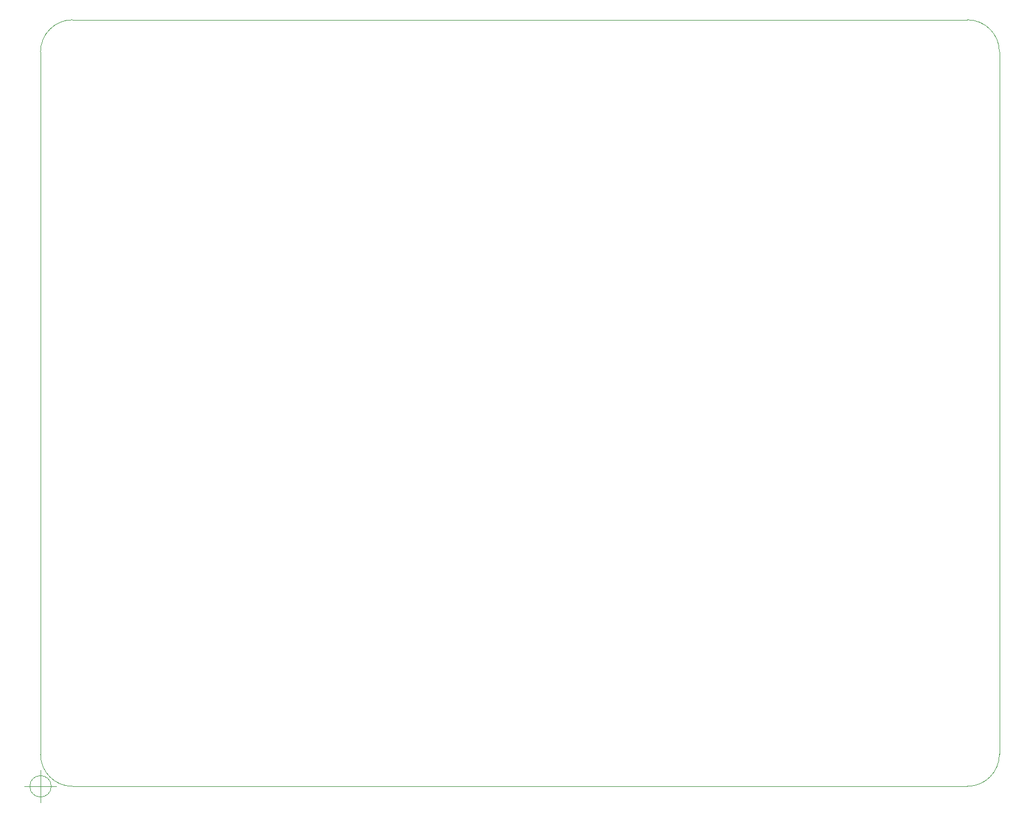
<source format=gbr>
%TF.GenerationSoftware,KiCad,Pcbnew,(6.0.0)*%
%TF.CreationDate,2022-02-28T16:42:29-03:00*%
%TF.ProjectId,Circuito de corriente,43697263-7569-4746-9f20-646520636f72,rev?*%
%TF.SameCoordinates,Original*%
%TF.FileFunction,Profile,NP*%
%FSLAX46Y46*%
G04 Gerber Fmt 4.6, Leading zero omitted, Abs format (unit mm)*
G04 Created by KiCad (PCBNEW (6.0.0)) date 2022-02-28 16:42:29*
%MOMM*%
%LPD*%
G01*
G04 APERTURE LIST*
%TA.AperFunction,Profile*%
%ADD10C,0.050000*%
%TD*%
G04 APERTURE END LIST*
D10*
X215200000Y-142700000D02*
X215200000Y-32700000D01*
X65200000Y-32700000D02*
X65200000Y-142700000D01*
X210200000Y-27700000D02*
X70200000Y-27700000D01*
X70200000Y-147700000D02*
X210200000Y-147700000D01*
X210200000Y-147700000D02*
G75*
G03*
X215200000Y-142700000I0J5000000D01*
G01*
X70200000Y-27700000D02*
G75*
G03*
X65200000Y-32700000I0J-5000000D01*
G01*
X215200000Y-32700000D02*
G75*
G03*
X210200000Y-27700000I-5000000J0D01*
G01*
X65200000Y-142700000D02*
G75*
G03*
X70200000Y-147700000I5000000J0D01*
G01*
X66866666Y-147700000D02*
G75*
G03*
X66866666Y-147700000I-1666666J0D01*
G01*
X62700000Y-147700000D02*
X67700000Y-147700000D01*
X65200000Y-145200000D02*
X65200000Y-150200000D01*
X66866666Y-147700000D02*
G75*
G03*
X66866666Y-147700000I-1666666J0D01*
G01*
X62700000Y-147700000D02*
X67700000Y-147700000D01*
X65200000Y-145200000D02*
X65200000Y-150200000D01*
M02*

</source>
